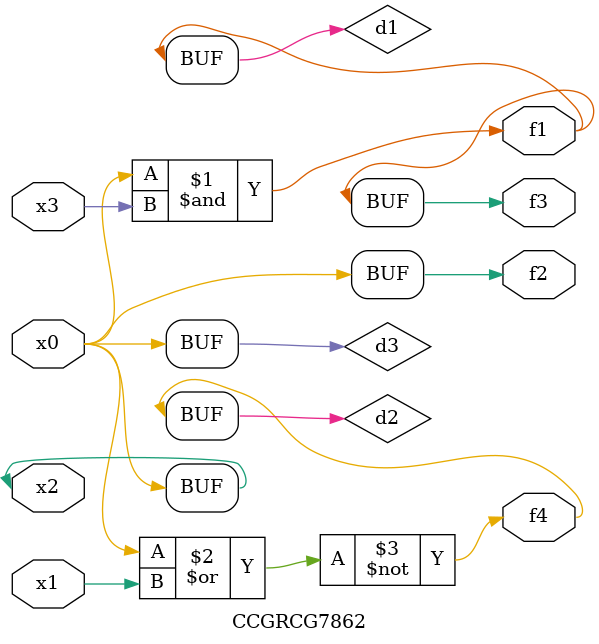
<source format=v>
module CCGRCG7862(
	input x0, x1, x2, x3,
	output f1, f2, f3, f4
);

	wire d1, d2, d3;

	and (d1, x2, x3);
	nor (d2, x0, x1);
	buf (d3, x0, x2);
	assign f1 = d1;
	assign f2 = d3;
	assign f3 = d1;
	assign f4 = d2;
endmodule

</source>
